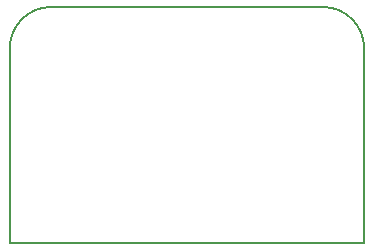
<source format=gbr>
G04 #@! TF.GenerationSoftware,KiCad,Pcbnew,5.0.1-33cea8e~68~ubuntu16.04.1*
G04 #@! TF.CreationDate,2018-11-05T22:20:25+00:00*
G04 #@! TF.ProjectId,pa,70612E6B696361645F70636200000000,rev?*
G04 #@! TF.SameCoordinates,Original*
G04 #@! TF.FileFunction,Profile,NP*
%FSLAX46Y46*%
G04 Gerber Fmt 4.6, Leading zero omitted, Abs format (unit mm)*
G04 Created by KiCad (PCBNEW 5.0.1-33cea8e~68~ubuntu16.04.1) date Mon 05 Nov 2018 10:20:25 PM GMT*
%MOMM*%
%LPD*%
G01*
G04 APERTURE LIST*
%ADD10C,0.150000*%
G04 APERTURE END LIST*
D10*
X50000000Y-90000000D02*
X50000000Y-73500000D01*
X80000000Y-73500000D02*
X80000000Y-90000000D01*
X53500000Y-70000000D02*
X76500000Y-70000000D01*
X76500000Y-70000000D02*
G75*
G02X80000000Y-73500000I0J-3500000D01*
G01*
X50000000Y-73500000D02*
G75*
G02X53500000Y-70000000I3500000J0D01*
G01*
X80000000Y-90000000D02*
X50000000Y-90000000D01*
M02*

</source>
